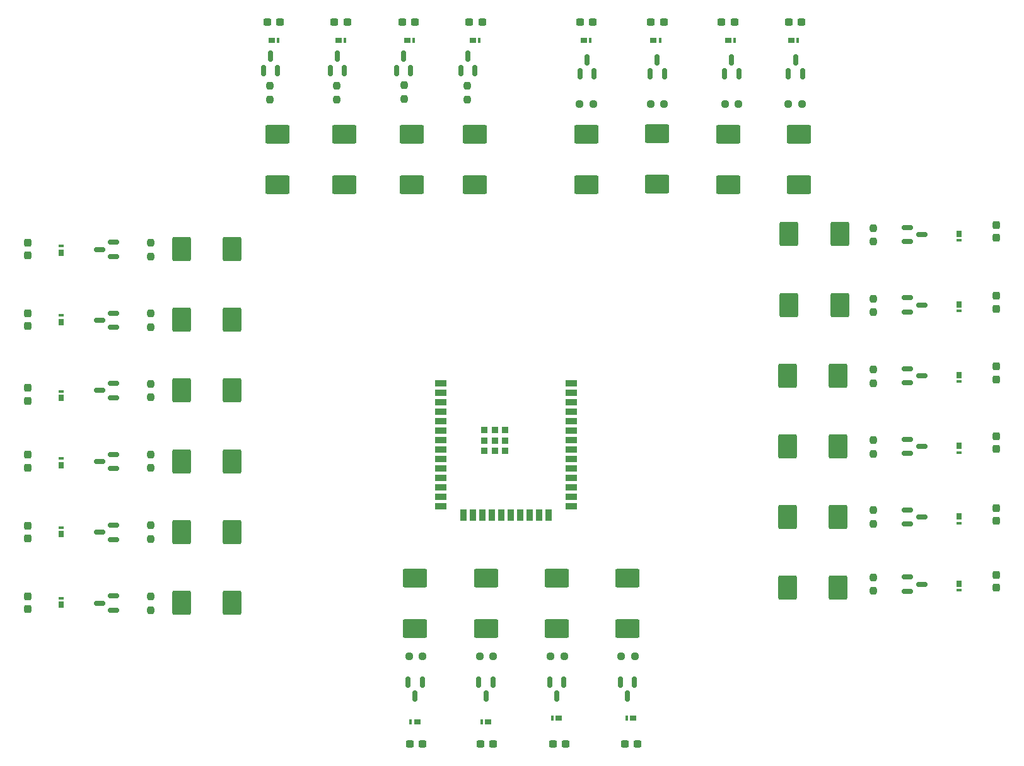
<source format=gbr>
%TF.GenerationSoftware,KiCad,Pcbnew,8.0.3*%
%TF.CreationDate,2024-07-05T07:33:57-06:00*%
%TF.ProjectId,Master of Dungeons,4d617374-6572-4206-9f66-2044756e6765,rev?*%
%TF.SameCoordinates,Original*%
%TF.FileFunction,Paste,Top*%
%TF.FilePolarity,Positive*%
%FSLAX46Y46*%
G04 Gerber Fmt 4.6, Leading zero omitted, Abs format (unit mm)*
G04 Created by KiCad (PCBNEW 8.0.3) date 2024-07-05 07:33:57*
%MOMM*%
%LPD*%
G01*
G04 APERTURE LIST*
G04 Aperture macros list*
%AMRoundRect*
0 Rectangle with rounded corners*
0 $1 Rounding radius*
0 $2 $3 $4 $5 $6 $7 $8 $9 X,Y pos of 4 corners*
0 Add a 4 corners polygon primitive as box body*
4,1,4,$2,$3,$4,$5,$6,$7,$8,$9,$2,$3,0*
0 Add four circle primitives for the rounded corners*
1,1,$1+$1,$2,$3*
1,1,$1+$1,$4,$5*
1,1,$1+$1,$6,$7*
1,1,$1+$1,$8,$9*
0 Add four rect primitives between the rounded corners*
20,1,$1+$1,$2,$3,$4,$5,0*
20,1,$1+$1,$4,$5,$6,$7,0*
20,1,$1+$1,$6,$7,$8,$9,0*
20,1,$1+$1,$8,$9,$2,$3,0*%
G04 Aperture macros list end*
%ADD10RoundRect,0.237500X-0.300000X-0.237500X0.300000X-0.237500X0.300000X0.237500X-0.300000X0.237500X0*%
%ADD11RoundRect,0.237500X-0.237500X0.250000X-0.237500X-0.250000X0.237500X-0.250000X0.237500X0.250000X0*%
%ADD12RoundRect,0.237500X0.237500X-0.300000X0.237500X0.300000X-0.237500X0.300000X-0.237500X-0.300000X0*%
%ADD13RoundRect,0.237500X-0.237500X0.300000X-0.237500X-0.300000X0.237500X-0.300000X0.237500X0.300000X0*%
%ADD14RoundRect,0.075000X0.275000X-0.390000X0.275000X0.390000X-0.275000X0.390000X-0.275000X-0.390000X0*%
%ADD15RoundRect,0.075000X0.275000X-0.075000X0.275000X0.075000X-0.275000X0.075000X-0.275000X-0.075000X0*%
%ADD16RoundRect,0.237500X0.237500X-0.250000X0.237500X0.250000X-0.237500X0.250000X-0.237500X-0.250000X0*%
%ADD17RoundRect,0.075000X-0.275000X0.390000X-0.275000X-0.390000X0.275000X-0.390000X0.275000X0.390000X0*%
%ADD18RoundRect,0.075000X-0.275000X0.075000X-0.275000X-0.075000X0.275000X-0.075000X0.275000X0.075000X0*%
%ADD19RoundRect,0.150000X-0.150000X0.587500X-0.150000X-0.587500X0.150000X-0.587500X0.150000X0.587500X0*%
%ADD20RoundRect,0.150000X0.587500X0.150000X-0.587500X0.150000X-0.587500X-0.150000X0.587500X-0.150000X0*%
%ADD21RoundRect,0.250000X1.000000X-1.400000X1.000000X1.400000X-1.000000X1.400000X-1.000000X-1.400000X0*%
%ADD22RoundRect,0.250000X-1.000000X1.400000X-1.000000X-1.400000X1.000000X-1.400000X1.000000X1.400000X0*%
%ADD23RoundRect,0.250000X-1.400000X-1.000000X1.400000X-1.000000X1.400000X1.000000X-1.400000X1.000000X0*%
%ADD24RoundRect,0.237500X-0.250000X-0.237500X0.250000X-0.237500X0.250000X0.237500X-0.250000X0.237500X0*%
%ADD25RoundRect,0.150000X0.150000X-0.587500X0.150000X0.587500X-0.150000X0.587500X-0.150000X-0.587500X0*%
%ADD26RoundRect,0.250000X1.400000X1.000000X-1.400000X1.000000X-1.400000X-1.000000X1.400000X-1.000000X0*%
%ADD27RoundRect,0.075000X0.390000X0.275000X-0.390000X0.275000X-0.390000X-0.275000X0.390000X-0.275000X0*%
%ADD28RoundRect,0.075000X0.075000X0.275000X-0.075000X0.275000X-0.075000X-0.275000X0.075000X-0.275000X0*%
%ADD29RoundRect,0.150000X-0.587500X-0.150000X0.587500X-0.150000X0.587500X0.150000X-0.587500X0.150000X0*%
%ADD30RoundRect,0.075000X-0.390000X-0.275000X0.390000X-0.275000X0.390000X0.275000X-0.390000X0.275000X0*%
%ADD31RoundRect,0.075000X-0.075000X-0.275000X0.075000X-0.275000X0.075000X0.275000X-0.075000X0.275000X0*%
%ADD32RoundRect,0.237500X0.300000X0.237500X-0.300000X0.237500X-0.300000X-0.237500X0.300000X-0.237500X0*%
%ADD33R,1.500000X0.900000*%
%ADD34R,0.900000X1.500000*%
%ADD35R,0.900000X0.900000*%
G04 APERTURE END LIST*
D10*
%TO.C,C24*%
X178637500Y-35500000D03*
X180362500Y-35500000D03*
%TD*%
D11*
%TO.C,R14*%
X102000000Y-84087500D03*
X102000000Y-85912500D03*
%TD*%
D12*
%TO.C,C16*%
X85500000Y-95362500D03*
X85500000Y-93637500D03*
%TD*%
D13*
%TO.C,C10*%
X215500000Y-100775000D03*
X215500000Y-102500000D03*
%TD*%
D14*
%TO.C,D26*%
X90000000Y-75785000D03*
D15*
X90000000Y-74900000D03*
%TD*%
D16*
%TO.C,R4*%
X136000000Y-45825000D03*
X136000000Y-44000000D03*
%TD*%
D17*
%TO.C,D16*%
X210500000Y-92430000D03*
D18*
X210500000Y-93315000D03*
%TD*%
D19*
%TO.C,Q20*%
X157450000Y-124125000D03*
X155550000Y-124125000D03*
X156500000Y-126000000D03*
%TD*%
D20*
%TO.C,Q13*%
X97000000Y-76500000D03*
X97000000Y-74600000D03*
X95125000Y-75550000D03*
%TD*%
D21*
%TO.C,D29*%
X106100000Y-94500000D03*
X112900000Y-94500000D03*
%TD*%
D10*
%TO.C,C3*%
X117637500Y-35500000D03*
X119362500Y-35500000D03*
%TD*%
D22*
%TO.C,D19*%
X194300000Y-111500000D03*
X187500000Y-111500000D03*
%TD*%
D23*
%TO.C,D9*%
X145500000Y-50600000D03*
X145500000Y-57400000D03*
%TD*%
D24*
%TO.C,R18*%
X136675000Y-120700000D03*
X138500000Y-120700000D03*
%TD*%
D22*
%TO.C,D3*%
X194500000Y-64000000D03*
X187700000Y-64000000D03*
%TD*%
D11*
%TO.C,R10*%
X199000000Y-110087500D03*
X199000000Y-111912500D03*
%TD*%
D21*
%TO.C,D23*%
X106100000Y-66000000D03*
X112900000Y-66000000D03*
%TD*%
D23*
%TO.C,D1*%
X137000000Y-50600000D03*
X137000000Y-57400000D03*
%TD*%
D25*
%TO.C,Q2*%
X117100000Y-42000000D03*
X119000000Y-42000000D03*
X118050000Y-40125000D03*
%TD*%
%TO.C,Q24*%
X169050000Y-42437500D03*
X170950000Y-42437500D03*
X170000000Y-40562500D03*
%TD*%
D16*
%TO.C,R1*%
X144500000Y-45912500D03*
X144500000Y-44087500D03*
%TD*%
D11*
%TO.C,R15*%
X102000000Y-93587500D03*
X102000000Y-95412500D03*
%TD*%
D16*
%TO.C,R2*%
X118000000Y-45912500D03*
X118000000Y-44087500D03*
%TD*%
D26*
%TO.C,D35*%
X137500000Y-117000000D03*
X137500000Y-110200000D03*
%TD*%
D27*
%TO.C,D38*%
X147285000Y-129500000D03*
D28*
X146400000Y-129500000D03*
%TD*%
D11*
%TO.C,R6*%
X199000000Y-72675000D03*
X199000000Y-74500000D03*
%TD*%
D25*
%TO.C,Q25*%
X159612500Y-42437500D03*
X161512500Y-42437500D03*
X160562500Y-40562500D03*
%TD*%
%TO.C,Q5*%
X143600000Y-42000000D03*
X145500000Y-42000000D03*
X144550000Y-40125000D03*
%TD*%
D14*
%TO.C,D28*%
X90000000Y-86000000D03*
D15*
X90000000Y-85115000D03*
%TD*%
D24*
%TO.C,R23*%
X179087500Y-46500000D03*
X180912500Y-46500000D03*
%TD*%
D17*
%TO.C,D10*%
X210500000Y-63930000D03*
D18*
X210500000Y-64815000D03*
%TD*%
D25*
%TO.C,Q22*%
X187612500Y-42437500D03*
X189512500Y-42437500D03*
X188562500Y-40562500D03*
%TD*%
D29*
%TO.C,Q6*%
X203625000Y-72550000D03*
X203625000Y-74450000D03*
X205500000Y-73500000D03*
%TD*%
D26*
%TO.C,D37*%
X147000000Y-117000000D03*
X147000000Y-110200000D03*
%TD*%
D13*
%TO.C,C6*%
X215500000Y-62775000D03*
X215500000Y-64500000D03*
%TD*%
D30*
%TO.C,D50*%
X160115000Y-38000000D03*
D31*
X161000000Y-38000000D03*
%TD*%
D22*
%TO.C,D13*%
X194300000Y-83000000D03*
X187500000Y-83000000D03*
%TD*%
%TO.C,D17*%
X194300000Y-102000000D03*
X187500000Y-102000000D03*
%TD*%
D10*
%TO.C,C23*%
X187637500Y-35500000D03*
X189362500Y-35500000D03*
%TD*%
D32*
%TO.C,C19*%
X138500000Y-132500000D03*
X136775000Y-132500000D03*
%TD*%
D29*
%TO.C,Q7*%
X203625000Y-82050000D03*
X203625000Y-83950000D03*
X205500000Y-83000000D03*
%TD*%
D16*
%TO.C,R3*%
X127000000Y-45912500D03*
X127000000Y-44087500D03*
%TD*%
D11*
%TO.C,R8*%
X199000000Y-91675000D03*
X199000000Y-93500000D03*
%TD*%
D25*
%TO.C,Q1*%
X135000000Y-42000000D03*
X136900000Y-42000000D03*
X135950000Y-40125000D03*
%TD*%
D13*
%TO.C,C9*%
X215500000Y-91137500D03*
X215500000Y-92862500D03*
%TD*%
D17*
%TO.C,D18*%
X210500000Y-101930000D03*
D18*
X210500000Y-102815000D03*
%TD*%
D32*
%TO.C,C22*%
X167362500Y-132500000D03*
X165637500Y-132500000D03*
%TD*%
D22*
%TO.C,D11*%
X194500000Y-73500000D03*
X187700000Y-73500000D03*
%TD*%
D29*
%TO.C,Q4*%
X203625000Y-63100000D03*
X203625000Y-65000000D03*
X205500000Y-64050000D03*
%TD*%
D30*
%TO.C,D2*%
X145215000Y-38000000D03*
D31*
X146100000Y-38000000D03*
%TD*%
D24*
%TO.C,R20*%
X155675000Y-120700000D03*
X157500000Y-120700000D03*
%TD*%
D23*
%TO.C,D45*%
X179500000Y-50600000D03*
X179500000Y-57400000D03*
%TD*%
D17*
%TO.C,D14*%
X210500000Y-82930000D03*
D18*
X210500000Y-83815000D03*
%TD*%
D30*
%TO.C,D48*%
X169500000Y-38000000D03*
D31*
X170385000Y-38000000D03*
%TD*%
D26*
%TO.C,D39*%
X156500000Y-117000000D03*
X156500000Y-110200000D03*
%TD*%
D21*
%TO.C,D31*%
X106100000Y-104000000D03*
X112900000Y-104000000D03*
%TD*%
D20*
%TO.C,Q16*%
X97000000Y-105000000D03*
X97000000Y-103100000D03*
X95125000Y-104050000D03*
%TD*%
D29*
%TO.C,Q9*%
X203625000Y-101050000D03*
X203625000Y-102950000D03*
X205500000Y-102000000D03*
%TD*%
D23*
%TO.C,D5*%
X119000000Y-50600000D03*
X119000000Y-57400000D03*
%TD*%
D10*
%TO.C,C1*%
X144775000Y-35500000D03*
X146500000Y-35500000D03*
%TD*%
D13*
%TO.C,C11*%
X215500000Y-109775000D03*
X215500000Y-111500000D03*
%TD*%
D14*
%TO.C,D34*%
X90000000Y-113785000D03*
D15*
X90000000Y-112900000D03*
%TD*%
D23*
%TO.C,D49*%
X160500000Y-50600000D03*
X160500000Y-57400000D03*
%TD*%
D12*
%TO.C,C17*%
X85500000Y-104862500D03*
X85500000Y-103137500D03*
%TD*%
D30*
%TO.C,D6*%
X127215000Y-38000000D03*
D31*
X128100000Y-38000000D03*
%TD*%
D26*
%TO.C,D41*%
X166000000Y-117000000D03*
X166000000Y-110200000D03*
%TD*%
D20*
%TO.C,Q15*%
X97000000Y-95500000D03*
X97000000Y-93600000D03*
X95125000Y-94550000D03*
%TD*%
D30*
%TO.C,D4*%
X118215000Y-38000000D03*
D31*
X119100000Y-38000000D03*
%TD*%
D25*
%TO.C,Q3*%
X126100000Y-42000000D03*
X128000000Y-42000000D03*
X127050000Y-40125000D03*
%TD*%
D17*
%TO.C,D12*%
X210500000Y-73430000D03*
D18*
X210500000Y-74315000D03*
%TD*%
D27*
%TO.C,D36*%
X137785000Y-129500000D03*
D28*
X136900000Y-129500000D03*
%TD*%
D10*
%TO.C,C26*%
X159637500Y-35500000D03*
X161362500Y-35500000D03*
%TD*%
D32*
%TO.C,C21*%
X157725000Y-132500000D03*
X156000000Y-132500000D03*
%TD*%
%TO.C,C20*%
X148000000Y-132500000D03*
X146275000Y-132500000D03*
%TD*%
D24*
%TO.C,R21*%
X165175000Y-120700000D03*
X167000000Y-120700000D03*
%TD*%
D21*
%TO.C,D27*%
X106100000Y-85000000D03*
X112900000Y-85000000D03*
%TD*%
D24*
%TO.C,R22*%
X187587500Y-46500000D03*
X189412500Y-46500000D03*
%TD*%
D21*
%TO.C,D33*%
X106100000Y-113500000D03*
X112900000Y-113500000D03*
%TD*%
D23*
%TO.C,D7*%
X128000000Y-50600000D03*
X128000000Y-57400000D03*
%TD*%
D25*
%TO.C,Q23*%
X179050000Y-42437500D03*
X180950000Y-42437500D03*
X180000000Y-40562500D03*
%TD*%
D24*
%TO.C,R19*%
X146175000Y-120700000D03*
X148000000Y-120700000D03*
%TD*%
D10*
%TO.C,C25*%
X169137500Y-35500000D03*
X170862500Y-35500000D03*
%TD*%
D23*
%TO.C,D43*%
X189000000Y-50600000D03*
X189000000Y-57400000D03*
%TD*%
D30*
%TO.C,D44*%
X188000000Y-38000000D03*
D31*
X188885000Y-38000000D03*
%TD*%
D22*
%TO.C,D15*%
X194300000Y-92500000D03*
X187500000Y-92500000D03*
%TD*%
D11*
%TO.C,R5*%
X199000000Y-63175000D03*
X199000000Y-65000000D03*
%TD*%
D10*
%TO.C,C4*%
X126637500Y-35500000D03*
X128362500Y-35500000D03*
%TD*%
D11*
%TO.C,R16*%
X102000000Y-103087500D03*
X102000000Y-104912500D03*
%TD*%
D10*
%TO.C,C5*%
X135775000Y-35500000D03*
X137500000Y-35500000D03*
%TD*%
D11*
%TO.C,R9*%
X199000000Y-101087500D03*
X199000000Y-102912500D03*
%TD*%
%TO.C,R12*%
X102000000Y-65175000D03*
X102000000Y-67000000D03*
%TD*%
D19*
%TO.C,Q18*%
X138450000Y-124125000D03*
X136550000Y-124125000D03*
X137500000Y-126000000D03*
%TD*%
D33*
%TO.C,U1*%
X140960000Y-83995000D03*
X140960000Y-85265000D03*
X140960000Y-86535000D03*
X140960000Y-87805000D03*
X140960000Y-89075000D03*
X140960000Y-90345000D03*
X140960000Y-91615000D03*
X140960000Y-92885000D03*
X140960000Y-94155000D03*
X140960000Y-95425000D03*
X140960000Y-96695000D03*
X140960000Y-97965000D03*
X140960000Y-99235000D03*
X140960000Y-100505000D03*
D34*
X144000000Y-101755000D03*
X145270000Y-101755000D03*
X146540000Y-101755000D03*
X147810000Y-101755000D03*
X149080000Y-101755000D03*
X150350000Y-101755000D03*
X151620000Y-101755000D03*
X152890000Y-101755000D03*
X154160000Y-101755000D03*
X155430000Y-101755000D03*
D33*
X158460000Y-100505000D03*
X158460000Y-99235000D03*
X158460000Y-97965000D03*
X158460000Y-96695000D03*
X158460000Y-95425000D03*
X158460000Y-94155000D03*
X158460000Y-92885000D03*
X158460000Y-91615000D03*
X158460000Y-90345000D03*
X158460000Y-89075000D03*
X158460000Y-87805000D03*
X158460000Y-86535000D03*
X158460000Y-85265000D03*
X158460000Y-83995000D03*
D35*
X146810000Y-90315000D03*
X146810000Y-91715000D03*
X146810000Y-93115000D03*
X148210000Y-90315000D03*
X148210000Y-91715000D03*
X148210000Y-93115000D03*
X149610000Y-90315000D03*
X149610000Y-91715000D03*
X149610000Y-93115000D03*
%TD*%
D19*
%TO.C,Q19*%
X147950000Y-124125000D03*
X146050000Y-124125000D03*
X147000000Y-126000000D03*
%TD*%
D13*
%TO.C,C8*%
X215500000Y-81775000D03*
X215500000Y-83500000D03*
%TD*%
D20*
%TO.C,Q17*%
X97000000Y-114500000D03*
X97000000Y-112600000D03*
X95125000Y-113550000D03*
%TD*%
D21*
%TO.C,D25*%
X106100000Y-75500000D03*
X112900000Y-75500000D03*
%TD*%
D11*
%TO.C,R13*%
X102000000Y-74675000D03*
X102000000Y-76500000D03*
%TD*%
D24*
%TO.C,R24*%
X169087500Y-46500000D03*
X170912500Y-46500000D03*
%TD*%
%TO.C,R25*%
X159587500Y-46500000D03*
X161412500Y-46500000D03*
%TD*%
D30*
%TO.C,D46*%
X179500000Y-38000000D03*
D31*
X180385000Y-38000000D03*
%TD*%
D14*
%TO.C,D24*%
X90000000Y-66500000D03*
D15*
X90000000Y-65615000D03*
%TD*%
D23*
%TO.C,D47*%
X170000000Y-50500000D03*
X170000000Y-57300000D03*
%TD*%
D19*
%TO.C,Q21*%
X166950000Y-124125000D03*
X165050000Y-124125000D03*
X166000000Y-126000000D03*
%TD*%
D27*
%TO.C,D40*%
X156785000Y-129000000D03*
D28*
X155900000Y-129000000D03*
%TD*%
D12*
%TO.C,C13*%
X85500000Y-66862500D03*
X85500000Y-65137500D03*
%TD*%
D27*
%TO.C,D42*%
X166785000Y-129000000D03*
D28*
X165900000Y-129000000D03*
%TD*%
D29*
%TO.C,Q10*%
X203625000Y-110050000D03*
X203625000Y-111950000D03*
X205500000Y-111000000D03*
%TD*%
%TO.C,Q8*%
X203625000Y-91550000D03*
X203625000Y-93450000D03*
X205500000Y-92500000D03*
%TD*%
D13*
%TO.C,C7*%
X215500000Y-72275000D03*
X215500000Y-74000000D03*
%TD*%
D30*
%TO.C,D8*%
X136430000Y-38000000D03*
D31*
X137315000Y-38000000D03*
%TD*%
D14*
%TO.C,D30*%
X90000000Y-95000000D03*
D15*
X90000000Y-94115000D03*
%TD*%
D12*
%TO.C,C14*%
X85500000Y-76362500D03*
X85500000Y-74637500D03*
%TD*%
D11*
%TO.C,R17*%
X102000000Y-112675000D03*
X102000000Y-114500000D03*
%TD*%
D12*
%TO.C,C15*%
X85500000Y-86362500D03*
X85500000Y-84637500D03*
%TD*%
D14*
%TO.C,D32*%
X90000000Y-104285000D03*
D15*
X90000000Y-103400000D03*
%TD*%
D20*
%TO.C,Q12*%
X97000000Y-67000000D03*
X97000000Y-65100000D03*
X95125000Y-66050000D03*
%TD*%
%TO.C,Q14*%
X97000000Y-85950000D03*
X97000000Y-84050000D03*
X95125000Y-85000000D03*
%TD*%
D12*
%TO.C,C18*%
X85500000Y-114362500D03*
X85500000Y-112637500D03*
%TD*%
D11*
%TO.C,R7*%
X199000000Y-82175000D03*
X199000000Y-84000000D03*
%TD*%
D17*
%TO.C,D20*%
X210500000Y-110930000D03*
D18*
X210500000Y-111815000D03*
%TD*%
M02*

</source>
